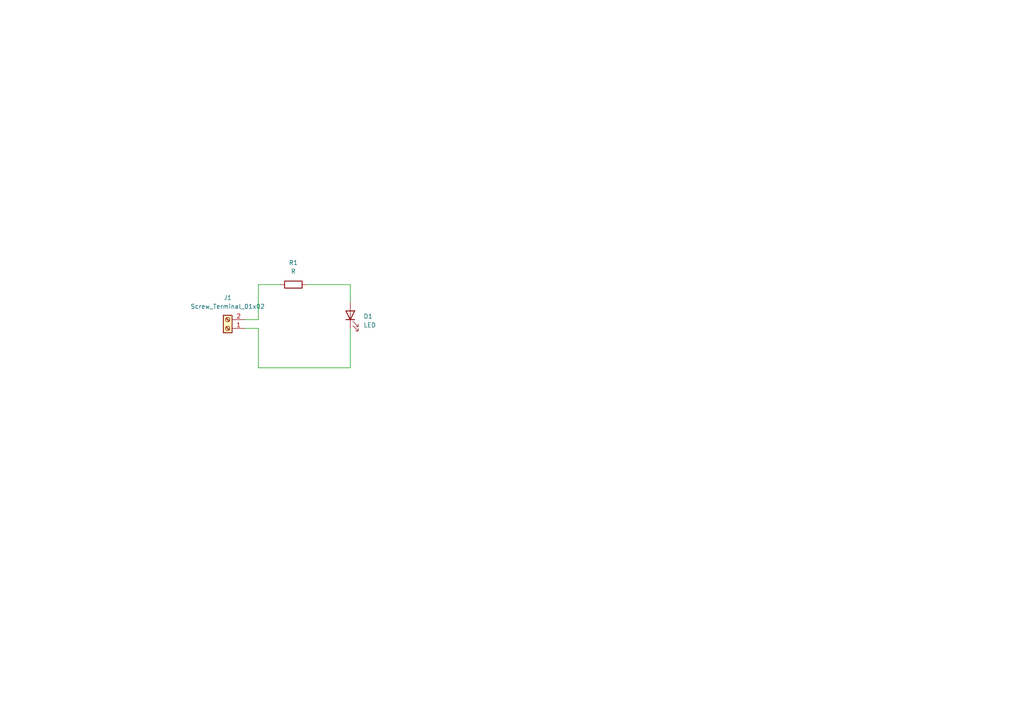
<source format=kicad_sch>
(kicad_sch (version 20250114) (generator "eeschema") (generator_version "9.0")
  (paper "A4")
  (lib_symbols
    (symbol "Connector:Screw_Terminal_01x02" (pin_names (offset 1.016) (hide yes))
      (property "Reference" "J" (at 0 2.54 0))
      (property "Value" "Screw_Terminal_01x02" (at 0 -5.08 0))
      (symbol "Screw_Terminal_01x02_1_1"
        (rectangle (start -1.27 1.27) (end 1.27 -3.81) (stroke (width 0.254)) (fill (type background)))
        (polyline (pts (xy -0.5334 0.3302) (xy 0.3302 -0.508)) (stroke (width 0.1524)))
        (polyline (pts (xy -0.5334 -2.2098) (xy 0.3302 -3.048)) (stroke (width 0.1524)))
        (polyline (pts (xy -0.3556 0.508) (xy 0.508 -0.3302)) (stroke (width 0.1524)))
        (polyline (pts (xy -0.3556 -2.032) (xy 0.508 -2.8702)) (stroke (width 0.1524)))
        (circle (center 0 0) (radius 0.635) (stroke (width 0.1524)))
        (circle (center 0 -2.54) (radius 0.635) (stroke (width 0.1524)))
        (pin passive line (at -5.08 0 0) (length 3.81) (name "Pin_1") (number "1"))
        (pin passive line (at -5.08 -2.54 0) (length 3.81) (name "Pin_2") (number "2"))
      )
    )
    (symbol "Device:LED" (pin_numbers (hide yes)) (pin_names (offset 1.016) (hide yes))
      (property "Reference" "D" (at 0 2.54 0))
      (property "Value" "LED" (at 0 -2.54 0))
      (symbol "LED_0_1"
        (polyline (pts (xy -3.048 -0.762) (xy -4.572 -2.286) (xy -3.81 -2.286) (xy -4.572 -2.286) (xy -4.572 -1.524)))
        (polyline (pts (xy -1.778 -0.762) (xy -3.302 -2.286) (xy -2.54 -2.286) (xy -3.302 -2.286) (xy -3.302 -1.524)))
        (polyline (pts (xy -1.27 0) (xy 1.27 0)))
        (polyline (pts (xy -1.27 -1.27) (xy -1.27 1.27)) (stroke (width 0.254)))
        (polyline (pts (xy 1.27 -1.27) (xy 1.27 1.27) (xy -1.27 0) (xy 1.27 -1.27)) (stroke (width 0.254)))
      )
      (symbol "LED_1_1"
        (pin passive line (at -3.81 0 0) (length 2.54) (name "K") (number "1"))
        (pin passive line (at 3.81 0 180) (length 2.54) (name "A") (number "2"))
      )
    )
    (symbol "Device:R" (pin_numbers (hide yes)) (pin_names (offset 0))
      (property "Reference" "R" (at 2.032 0 90))
      (property "Value" "R" (at 0 0 90))
      (symbol "R_0_1"
        (rectangle (start -1.016 -2.54) (end 1.016 2.54) (stroke (width 0.254)))
      )
      (symbol "R_1_1"
        (pin passive line (at 0 3.81 270) (length 1.27) (name "~") (number "1"))
        (pin passive line (at 0 -3.81 90) (length 1.27) (name "~") (number "2"))
      )
    )
  )
  (wire (pts (xy 101.6 82.55) (xy 101.6 87.63)))
  (wire (pts (xy 101.6 106.68) (xy 74.93 106.68)))
  (wire (pts (xy 88.9 82.55) (xy 101.6 82.55)))
  (wire (pts (xy 74.93 82.55) (xy 81.28 82.55)))
  (wire (pts (xy 101.6 95.25) (xy 101.6 106.68)))
  (wire (pts (xy 71.12 92.71) (xy 74.93 92.71)))
  (wire (pts (xy 74.93 106.68) (xy 74.93 95.25)))
  (wire (pts (xy 74.93 95.25) (xy 71.12 95.25)))
  (wire (pts (xy 74.93 92.71) (xy 74.93 82.55)))
  (symbol (lib_id "Device:R") (at 85.09 82.55 90) (unit 1)
    (property "Reference" "R1" (at 85.09 76.2 90))
    (property "Value" "R" (at 85.09 78.74 90))
    (property "Description" "Resistor" (effects (hide yes)))
  )
  (symbol (lib_id "Connector:Screw_Terminal_01x02") (at 66.04 95.25 180) (unit 1)
    (property "Reference" "J1" (at 66.04 86.36 0))
    (property "Value" "Screw_Terminal_01x02" (at 66.04 88.9 0))
    (property "Description" "Generic screw terminal, single row, 01x02, script generated (kicad-library-utils/schlib/autogen/connector/)" (effects (hide yes)))
  )
  (symbol (lib_id "Device:LED") (at 101.6 91.44 90) (unit 1)
    (property "Reference" "D1" (at 105.41 91.7574 90) (effects (justify right)))
    (property "Value" "LED" (at 105.41 94.2974 90) (effects (justify right)))
    (property "Description" "Light emitting diode" (effects (hide yes)))
    (property "Sim.Pins" "1=K 2=A" (effects (hide yes)))
  )
)
</source>
